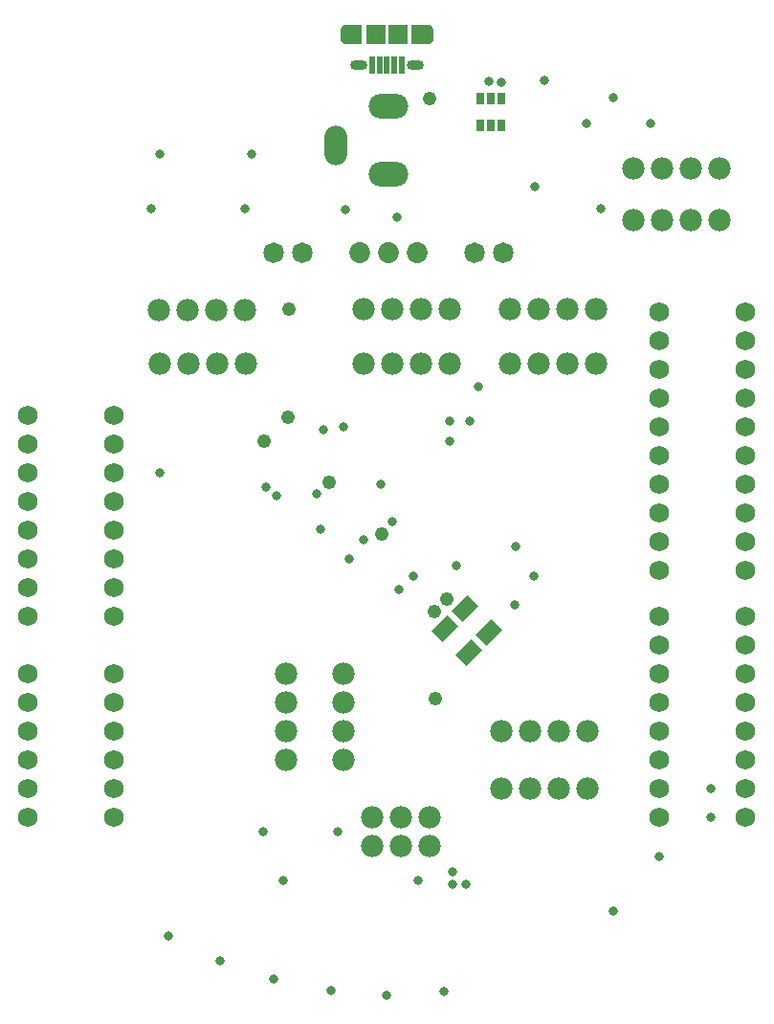
<source format=gbs>
G04*
G04 #@! TF.GenerationSoftware,Altium Limited,Altium Designer,24.2.2 (26)*
G04*
G04 Layer_Color=16711935*
%FSLAX44Y44*%
%MOMM*%
G71*
G04*
G04 #@! TF.SameCoordinates,F7C56DC2-231D-4419-A4E4-230404E4AC21*
G04*
G04*
G04 #@! TF.FilePolarity,Negative*
G04*
G01*
G75*
%ADD43C,0.0000*%
G04:AMPARAMS|DCode=57|XSize=1.3208mm|YSize=2.0066mm|CornerRadius=0mm|HoleSize=0mm|Usage=FLASHONLY|Rotation=135.000|XOffset=0mm|YOffset=0mm|HoleType=Round|Shape=Rectangle|*
%AMROTATEDRECTD57*
4,1,4,1.1764,0.2425,-0.2425,-1.1764,-1.1764,-0.2425,0.2425,1.1764,1.1764,0.2425,0.0*
%
%ADD57ROTATEDRECTD57*%

%ADD66C,1.9812*%
%ADD67O,2.0032X3.5032*%
%ADD68O,3.5052X2.2032*%
%ADD69C,1.8532*%
%ADD70C,1.8232*%
%ADD71C,1.7272*%
%ADD72O,1.5032X0.8532*%
%ADD73O,0.9782X1.7532*%
%ADD74C,0.8382*%
%ADD75C,1.2192*%
%ADD89R,0.6858X1.0508*%
%ADD90R,0.5842X1.5532*%
%ADD91R,1.7032X1.7532*%
G36*
X473300Y954900D02*
X459300D01*
X459040Y954890D01*
X458780Y954870D01*
X458520Y954840D01*
X458260Y954790D01*
X458010Y954730D01*
X457750Y954660D01*
X457510Y954570D01*
X457270Y954470D01*
X457030Y954360D01*
X456800Y954230D01*
X456580Y954090D01*
X456360Y953950D01*
X456150Y953790D01*
X455950Y953620D01*
X455760Y953440D01*
X455580Y953250D01*
X455410Y953050D01*
X455250Y952840D01*
X455110Y952620D01*
X454970Y952400D01*
X454840Y952170D01*
X454730Y951930D01*
X454630Y951690D01*
X454540Y951450D01*
X454470Y951190D01*
X454410Y950940D01*
X454360Y950680D01*
X454330Y950420D01*
X454310Y950160D01*
X454300Y949900D01*
Y942400D01*
X454310Y942140D01*
X454330Y941880D01*
X454360Y941620D01*
X454410Y941360D01*
X454470Y941110D01*
X454540Y940850D01*
X454630Y940610D01*
X454730Y940370D01*
X454840Y940130D01*
X454970Y939900D01*
X455110Y939680D01*
X455250Y939460D01*
X455410Y939250D01*
X455580Y939050D01*
X455760Y938860D01*
X455950Y938680D01*
X456150Y938510D01*
X456360Y938350D01*
X456580Y938210D01*
X456800Y938070D01*
X457030Y937940D01*
X457270Y937830D01*
X457510Y937730D01*
X457750Y937640D01*
X458010Y937570D01*
X458260Y937510D01*
X458520Y937460D01*
X458780Y937430D01*
X459040Y937410D01*
X459300Y937400D01*
X473300D01*
Y954900D01*
D02*
G37*
G36*
X531560Y937410D02*
X531820Y937430D01*
X532080Y937460D01*
X532340Y937510D01*
X532590Y937570D01*
X532850Y937640D01*
X533090Y937730D01*
X533330Y937830D01*
X533570Y937940D01*
X533800Y938070D01*
X534020Y938210D01*
X534240Y938350D01*
X534450Y938510D01*
X534650Y938680D01*
X534840Y938860D01*
X535020Y939050D01*
X535190Y939250D01*
X535350Y939460D01*
X535490Y939680D01*
X535630Y939900D01*
X535760Y940130D01*
X535870Y940370D01*
X535970Y940610D01*
X536060Y940850D01*
X536130Y941110D01*
X536190Y941360D01*
X536240Y941620D01*
X536270Y941880D01*
X536290Y942140D01*
X536300Y942400D01*
Y949900D01*
X536290Y950160D01*
X536270Y950420D01*
X536240Y950680D01*
X536190Y950940D01*
X536130Y951190D01*
X536060Y951450D01*
X535970Y951690D01*
X535870Y951930D01*
X535760Y952170D01*
X535630Y952400D01*
X535490Y952620D01*
X535350Y952840D01*
X535190Y953050D01*
X535020Y953250D01*
X534840Y953440D01*
X534650Y953620D01*
X534450Y953790D01*
X534240Y953950D01*
X534020Y954090D01*
X533800Y954230D01*
X533570Y954360D01*
X533330Y954470D01*
X533090Y954570D01*
X532850Y954660D01*
X532590Y954730D01*
X532340Y954790D01*
X532080Y954840D01*
X531820Y954870D01*
X531560Y954890D01*
X531300Y954900D01*
X517300D01*
Y937400D01*
X531300D01*
X531560Y937410D01*
D02*
G37*
D43*
X428981Y752856D02*
G03*
X428981Y752856I-8611J0D01*
G01*
X403581D02*
G03*
X403581Y752856I-8611J0D01*
G01*
X606781D02*
G03*
X606781Y752856I-8611J0D01*
G01*
X581381D02*
G03*
X581381Y752856I-8611J0D01*
G01*
D57*
X564713Y438587D02*
D03*
X585907Y417393D02*
D03*
X546933Y420807D02*
D03*
X568127Y399613D02*
D03*
D66*
X457200Y330200D02*
D03*
Y304800D02*
D03*
Y381000D02*
D03*
Y355600D02*
D03*
X406400D02*
D03*
Y381000D02*
D03*
Y304800D02*
D03*
Y330200D02*
D03*
X525780Y655320D02*
D03*
X551180D02*
D03*
X474980D02*
D03*
X500380D02*
D03*
X525780Y703580D02*
D03*
X551180D02*
D03*
X474980D02*
D03*
X500380D02*
D03*
X622300Y279400D02*
D03*
X596900D02*
D03*
X673100D02*
D03*
X647700D02*
D03*
X622300Y330200D02*
D03*
X596900D02*
D03*
X673100D02*
D03*
X647700D02*
D03*
X344170Y702056D02*
D03*
X369570D02*
D03*
X293370D02*
D03*
X318770D02*
D03*
X319786Y655320D02*
D03*
X294386D02*
D03*
X370586D02*
D03*
X345186D02*
D03*
X655320D02*
D03*
X680720D02*
D03*
X604520D02*
D03*
X629920D02*
D03*
X655320Y703580D02*
D03*
X680720D02*
D03*
X604520D02*
D03*
X629920D02*
D03*
X739140Y828040D02*
D03*
X713740D02*
D03*
X789940D02*
D03*
X764540D02*
D03*
X739140Y782320D02*
D03*
X713740D02*
D03*
X789940D02*
D03*
X764540D02*
D03*
X482600Y228600D02*
D03*
Y254000D02*
D03*
X508000Y228600D02*
D03*
Y254000D02*
D03*
X533400Y228600D02*
D03*
Y254000D02*
D03*
D67*
X450070Y847650D02*
D03*
D68*
X496570Y822650D02*
D03*
Y882650D02*
D03*
D69*
X521970Y752856D02*
D03*
X496570D02*
D03*
X471170D02*
D03*
D70*
X420370D02*
D03*
X394970D02*
D03*
X598170D02*
D03*
X572770D02*
D03*
D71*
X736600Y701040D02*
D03*
Y675640D02*
D03*
Y650240D02*
D03*
Y624840D02*
D03*
Y599440D02*
D03*
Y574040D02*
D03*
Y548640D02*
D03*
Y523240D02*
D03*
Y497840D02*
D03*
Y472440D02*
D03*
X254000Y254000D02*
D03*
Y279400D02*
D03*
Y304800D02*
D03*
Y330200D02*
D03*
Y355600D02*
D03*
Y381000D02*
D03*
X177800D02*
D03*
Y355600D02*
D03*
Y330200D02*
D03*
Y304800D02*
D03*
Y279400D02*
D03*
Y254000D02*
D03*
X812800D02*
D03*
Y279400D02*
D03*
Y304800D02*
D03*
Y330200D02*
D03*
Y355600D02*
D03*
Y381000D02*
D03*
Y406400D02*
D03*
Y431800D02*
D03*
X736600Y254000D02*
D03*
Y279400D02*
D03*
Y304800D02*
D03*
Y330200D02*
D03*
Y355600D02*
D03*
Y381000D02*
D03*
Y406400D02*
D03*
Y431800D02*
D03*
X177800Y609600D02*
D03*
Y584200D02*
D03*
Y558800D02*
D03*
Y533400D02*
D03*
Y508000D02*
D03*
Y482600D02*
D03*
Y457200D02*
D03*
Y431800D02*
D03*
X254000Y609600D02*
D03*
Y584200D02*
D03*
Y558800D02*
D03*
Y533400D02*
D03*
Y508000D02*
D03*
Y482600D02*
D03*
Y457200D02*
D03*
Y431800D02*
D03*
X812800Y472440D02*
D03*
Y497840D02*
D03*
Y523240D02*
D03*
Y548640D02*
D03*
Y574040D02*
D03*
Y599440D02*
D03*
Y624840D02*
D03*
Y650240D02*
D03*
Y675640D02*
D03*
Y701040D02*
D03*
D72*
X470300Y919150D02*
D03*
X520300D02*
D03*
D73*
X460300Y946150D02*
D03*
X530300D02*
D03*
D74*
X782320Y254000D02*
D03*
Y279400D02*
D03*
X546100Y99568D02*
D03*
X433070Y539750D02*
D03*
X728980Y867410D02*
D03*
X369316Y792226D02*
D03*
X504190Y784860D02*
D03*
X523240Y198120D02*
D03*
X403860D02*
D03*
X452120Y241300D02*
D03*
X386080D02*
D03*
X286512Y792226D02*
D03*
X458470Y791464D02*
D03*
X375920Y840740D02*
D03*
X294640D02*
D03*
X576580Y635000D02*
D03*
X551180Y604520D02*
D03*
X568960D02*
D03*
X490220Y548640D02*
D03*
X500380Y515620D02*
D03*
X457200Y599440D02*
D03*
X439420Y596900D02*
D03*
X388620Y546100D02*
D03*
X397187Y538533D02*
D03*
X585344Y904367D02*
D03*
X596773Y904240D02*
D03*
X626110Y811530D02*
D03*
X684530Y792480D02*
D03*
X671830Y867410D02*
D03*
X695875Y170327D02*
D03*
X695960Y890270D02*
D03*
X634746Y905510D02*
D03*
X625094Y467360D02*
D03*
X609092Y493522D02*
D03*
X608584Y441452D02*
D03*
X556768Y476250D02*
D03*
X495300Y96520D02*
D03*
X445770Y100330D02*
D03*
X394970Y110490D02*
D03*
X347980Y127000D02*
D03*
X302260Y148590D02*
D03*
X518250Y466611D02*
D03*
X506222Y454914D02*
D03*
X474472Y498856D02*
D03*
X293878Y558800D02*
D03*
X565150Y194310D02*
D03*
X553720Y205740D02*
D03*
Y194310D02*
D03*
X736437Y218619D02*
D03*
X462280Y482600D02*
D03*
X436110Y508770D02*
D03*
X551180Y586740D02*
D03*
D75*
X407445Y607285D02*
D03*
X386490Y586330D02*
D03*
X408940Y703580D02*
D03*
X444500Y549910D02*
D03*
X537958Y358337D02*
D03*
X532765Y889635D02*
D03*
X548640Y447040D02*
D03*
X537210Y435610D02*
D03*
X490728Y504190D02*
D03*
D89*
X596748Y889316D02*
D03*
X587248D02*
D03*
X577748D02*
D03*
Y865691D02*
D03*
X587248Y865691D02*
D03*
X596748Y865691D02*
D03*
D90*
X482300Y919150D02*
D03*
X488800D02*
D03*
X495300D02*
D03*
X501800D02*
D03*
X508300D02*
D03*
D91*
X485300Y946150D02*
D03*
X505300D02*
D03*
M02*

</source>
